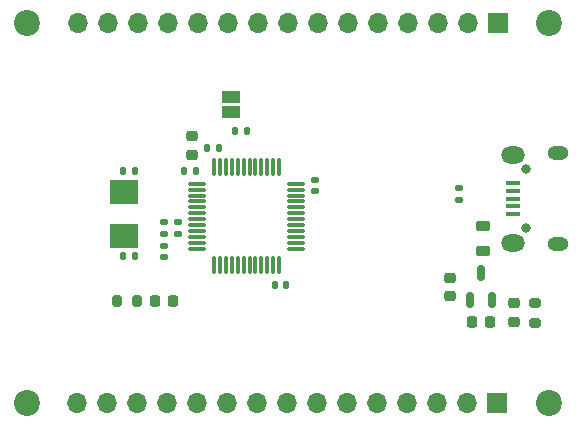
<source format=gbr>
%TF.GenerationSoftware,KiCad,Pcbnew,7.0.6-1.fc38*%
%TF.CreationDate,2023-08-06T10:31:57+03:00*%
%TF.ProjectId,stm32-breakout,73746d33-322d-4627-9265-616b6f75742e,v.1.0*%
%TF.SameCoordinates,Original*%
%TF.FileFunction,Soldermask,Top*%
%TF.FilePolarity,Negative*%
%FSLAX46Y46*%
G04 Gerber Fmt 4.6, Leading zero omitted, Abs format (unit mm)*
G04 Created by KiCad (PCBNEW 7.0.6-1.fc38) date 2023-08-06 10:31:57*
%MOMM*%
%LPD*%
G01*
G04 APERTURE LIST*
G04 Aperture macros list*
%AMRoundRect*
0 Rectangle with rounded corners*
0 $1 Rounding radius*
0 $2 $3 $4 $5 $6 $7 $8 $9 X,Y pos of 4 corners*
0 Add a 4 corners polygon primitive as box body*
4,1,4,$2,$3,$4,$5,$6,$7,$8,$9,$2,$3,0*
0 Add four circle primitives for the rounded corners*
1,1,$1+$1,$2,$3*
1,1,$1+$1,$4,$5*
1,1,$1+$1,$6,$7*
1,1,$1+$1,$8,$9*
0 Add four rect primitives between the rounded corners*
20,1,$1+$1,$2,$3,$4,$5,0*
20,1,$1+$1,$4,$5,$6,$7,0*
20,1,$1+$1,$6,$7,$8,$9,0*
20,1,$1+$1,$8,$9,$2,$3,0*%
G04 Aperture macros list end*
%ADD10RoundRect,0.218750X-0.256250X0.218750X-0.256250X-0.218750X0.256250X-0.218750X0.256250X0.218750X0*%
%ADD11RoundRect,0.135000X-0.135000X-0.185000X0.135000X-0.185000X0.135000X0.185000X-0.135000X0.185000X0*%
%ADD12RoundRect,0.218750X-0.381250X0.218750X-0.381250X-0.218750X0.381250X-0.218750X0.381250X0.218750X0*%
%ADD13RoundRect,0.140000X0.170000X-0.140000X0.170000X0.140000X-0.170000X0.140000X-0.170000X-0.140000X0*%
%ADD14RoundRect,0.200000X-0.275000X0.200000X-0.275000X-0.200000X0.275000X-0.200000X0.275000X0.200000X0*%
%ADD15RoundRect,0.075000X-0.662500X-0.075000X0.662500X-0.075000X0.662500X0.075000X-0.662500X0.075000X0*%
%ADD16RoundRect,0.075000X-0.075000X-0.662500X0.075000X-0.662500X0.075000X0.662500X-0.075000X0.662500X0*%
%ADD17RoundRect,0.135000X-0.185000X0.135000X-0.185000X-0.135000X0.185000X-0.135000X0.185000X0.135000X0*%
%ADD18RoundRect,0.140000X-0.140000X-0.170000X0.140000X-0.170000X0.140000X0.170000X-0.140000X0.170000X0*%
%ADD19C,2.200000*%
%ADD20RoundRect,0.218750X-0.218750X-0.256250X0.218750X-0.256250X0.218750X0.256250X-0.218750X0.256250X0*%
%ADD21RoundRect,0.140000X0.140000X0.170000X-0.140000X0.170000X-0.140000X-0.170000X0.140000X-0.170000X0*%
%ADD22RoundRect,0.225000X0.250000X-0.225000X0.250000X0.225000X-0.250000X0.225000X-0.250000X-0.225000X0*%
%ADD23O,0.800000X0.800000*%
%ADD24R,1.300000X0.450000*%
%ADD25O,1.800000X1.150000*%
%ADD26O,2.000000X1.450000*%
%ADD27RoundRect,0.147500X0.172500X-0.147500X0.172500X0.147500X-0.172500X0.147500X-0.172500X-0.147500X0*%
%ADD28RoundRect,0.200000X0.200000X0.275000X-0.200000X0.275000X-0.200000X-0.275000X0.200000X-0.275000X0*%
%ADD29RoundRect,0.225000X-0.250000X0.225000X-0.250000X-0.225000X0.250000X-0.225000X0.250000X0.225000X0*%
%ADD30RoundRect,0.150000X0.150000X-0.512500X0.150000X0.512500X-0.150000X0.512500X-0.150000X-0.512500X0*%
%ADD31RoundRect,0.140000X-0.170000X0.140000X-0.170000X-0.140000X0.170000X-0.140000X0.170000X0.140000X0*%
%ADD32R,1.500000X1.000000*%
%ADD33R,2.400000X2.000000*%
%ADD34RoundRect,0.225000X0.225000X0.250000X-0.225000X0.250000X-0.225000X-0.250000X0.225000X-0.250000X0*%
%ADD35R,1.700000X1.700000*%
%ADD36O,1.700000X1.700000*%
G04 APERTURE END LIST*
D10*
%TO.C,D1*%
X164255000Y-103587500D03*
X164255000Y-105162500D03*
%TD*%
D11*
%TO.C,R2*%
X140650000Y-89000000D03*
X141670000Y-89000000D03*
%TD*%
D12*
%TO.C,FB1*%
X161605000Y-97050000D03*
X161605000Y-99175000D03*
%TD*%
D13*
%TO.C,C8*%
X134600000Y-97680000D03*
X134600000Y-96720000D03*
%TD*%
D14*
%TO.C,R1*%
X166055000Y-103550000D03*
X166055000Y-105200000D03*
%TD*%
D15*
%TO.C,U2*%
X137437500Y-93450000D03*
X137437500Y-93950000D03*
X137437500Y-94450000D03*
X137437500Y-94950000D03*
X137437500Y-95450000D03*
X137437500Y-95950000D03*
X137437500Y-96450000D03*
X137437500Y-96950000D03*
X137437500Y-97450000D03*
X137437500Y-97950000D03*
X137437500Y-98450000D03*
X137437500Y-98950000D03*
D16*
X138850000Y-100362500D03*
X139350000Y-100362500D03*
X139850000Y-100362500D03*
X140350000Y-100362500D03*
X140850000Y-100362500D03*
X141350000Y-100362500D03*
X141850000Y-100362500D03*
X142350000Y-100362500D03*
X142850000Y-100362500D03*
X143350000Y-100362500D03*
X143850000Y-100362500D03*
X144350000Y-100362500D03*
D15*
X145762500Y-98950000D03*
X145762500Y-98450000D03*
X145762500Y-97950000D03*
X145762500Y-97450000D03*
X145762500Y-96950000D03*
X145762500Y-96450000D03*
X145762500Y-95950000D03*
X145762500Y-95450000D03*
X145762500Y-94950000D03*
X145762500Y-94450000D03*
X145762500Y-93950000D03*
X145762500Y-93450000D03*
D16*
X144350000Y-92037500D03*
X143850000Y-92037500D03*
X143350000Y-92037500D03*
X142850000Y-92037500D03*
X142350000Y-92037500D03*
X141850000Y-92037500D03*
X141350000Y-92037500D03*
X140850000Y-92037500D03*
X140350000Y-92037500D03*
X139850000Y-92037500D03*
X139350000Y-92037500D03*
X138850000Y-92037500D03*
%TD*%
D17*
%TO.C,R4*%
X159605000Y-93780000D03*
X159605000Y-94800000D03*
%TD*%
D18*
%TO.C,C10*%
X131170000Y-92400000D03*
X132130000Y-92400000D03*
%TD*%
D19*
%TO.C,H1*%
X167200000Y-79800000D03*
%TD*%
%TO.C,H2*%
X167200000Y-112000000D03*
%TD*%
D20*
%TO.C,D2*%
X133812500Y-103400000D03*
X135387500Y-103400000D03*
%TD*%
D18*
%TO.C,C7*%
X138270000Y-90400000D03*
X139230000Y-90400000D03*
%TD*%
D13*
%TO.C,C9*%
X135800000Y-97680000D03*
X135800000Y-96720000D03*
%TD*%
D21*
%TO.C,C5*%
X144960000Y-102000000D03*
X144000000Y-102000000D03*
%TD*%
D22*
%TO.C,C3*%
X137000000Y-90975000D03*
X137000000Y-89425000D03*
%TD*%
D23*
%TO.C,J1*%
X165250000Y-97217500D03*
X165250000Y-92217500D03*
D24*
X164150000Y-96017500D03*
X164150000Y-95367500D03*
X164150000Y-94717500D03*
X164150000Y-94067500D03*
X164150000Y-93417500D03*
D25*
X168000000Y-98592500D03*
D26*
X164200000Y-98442500D03*
X164200000Y-90992500D03*
D25*
X168000000Y-90842500D03*
%TD*%
D21*
%TO.C,C4*%
X137280000Y-92400000D03*
X136320000Y-92400000D03*
%TD*%
D27*
%TO.C,L1*%
X134600000Y-99685000D03*
X134600000Y-98715000D03*
%TD*%
D19*
%TO.C,H3*%
X123000000Y-79800000D03*
%TD*%
D28*
%TO.C,R3*%
X132300000Y-103400000D03*
X130650000Y-103400000D03*
%TD*%
D29*
%TO.C,C2*%
X158855000Y-101400000D03*
X158855000Y-102950000D03*
%TD*%
D30*
%TO.C,U1*%
X160505000Y-103312500D03*
X162405000Y-103312500D03*
X161455000Y-101037500D03*
%TD*%
D31*
%TO.C,C6*%
X147400000Y-93120000D03*
X147400000Y-94080000D03*
%TD*%
D32*
%TO.C,JP1*%
X140250000Y-87400000D03*
X140250000Y-86100000D03*
%TD*%
D33*
%TO.C,Y1*%
X131250000Y-94150000D03*
X131250000Y-97850000D03*
%TD*%
D34*
%TO.C,C1*%
X162230000Y-105175000D03*
X160680000Y-105175000D03*
%TD*%
D35*
%TO.C,J2*%
X162860000Y-79800000D03*
D36*
X160320000Y-79800000D03*
X157780000Y-79800000D03*
X155240000Y-79800000D03*
X152700000Y-79800000D03*
X150160000Y-79800000D03*
X147620000Y-79800000D03*
X145080000Y-79800000D03*
X142540000Y-79800000D03*
X140000000Y-79800000D03*
X137460000Y-79800000D03*
X134920000Y-79800000D03*
X132380000Y-79800000D03*
X129840000Y-79800000D03*
X127300000Y-79800000D03*
%TD*%
D19*
%TO.C,H4*%
X123000000Y-112000000D03*
%TD*%
D35*
%TO.C,J3*%
X162820000Y-112000000D03*
D36*
X160280000Y-112000000D03*
X157740000Y-112000000D03*
X155200000Y-112000000D03*
X152660000Y-112000000D03*
X150120000Y-112000000D03*
X147580000Y-112000000D03*
X145040000Y-112000000D03*
X142500000Y-112000000D03*
X139960000Y-112000000D03*
X137420000Y-112000000D03*
X134880000Y-112000000D03*
X132340000Y-112000000D03*
X129800000Y-112000000D03*
X127260000Y-112000000D03*
%TD*%
D18*
%TO.C,C11*%
X131170000Y-99600000D03*
X132130000Y-99600000D03*
%TD*%
M02*

</source>
